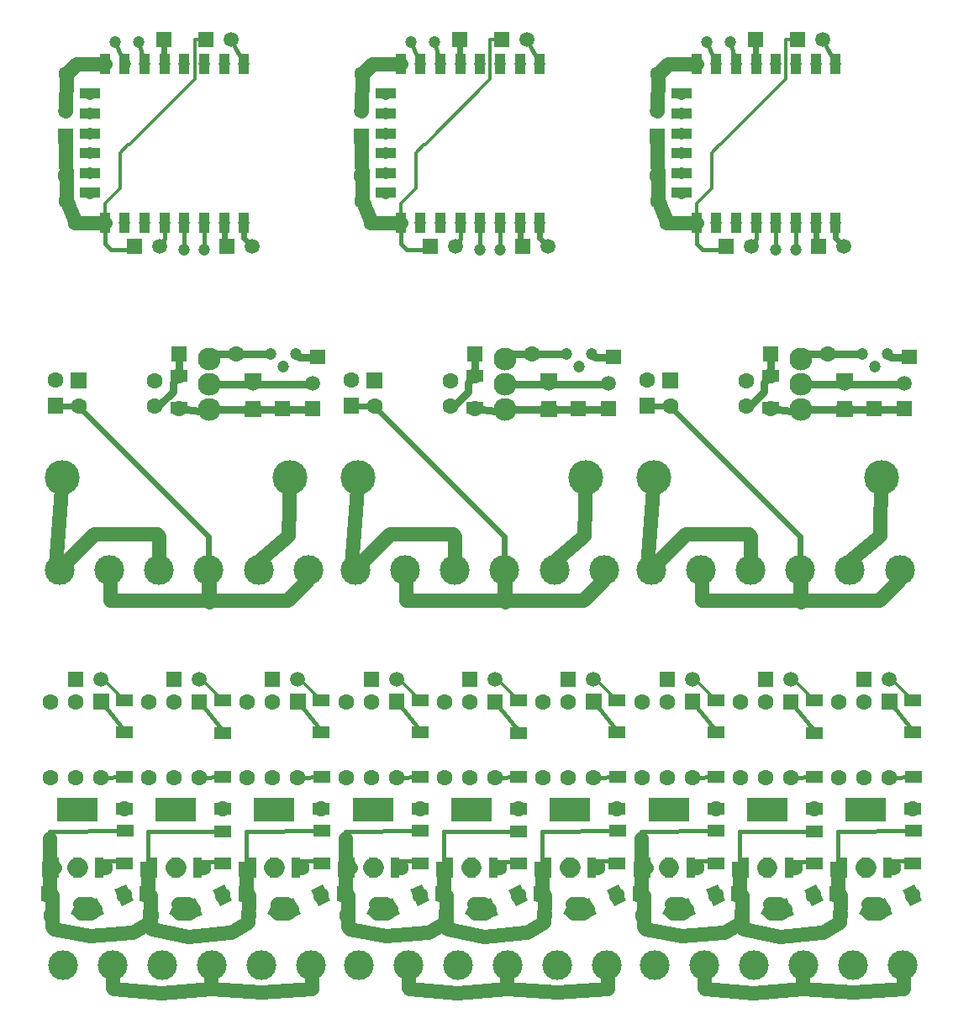
<source format=gbr>
%FSLAX34Y34*%
%MOMM*%
%LNCOPPER_TOP*%
G71*
G01*
%ADD10R, 1.050X2.000*%
%ADD11R, 2.000X1.000*%
%ADD12C, 1.400*%
%ADD13C, 1.600*%
%ADD14C, 1.200*%
%ADD15C, 1.520*%
%ADD16C, 0.400*%
%ADD17C, 0.600*%
%ADD18C, 0.300*%
%ADD19C, 3.500*%
%ADD20C, 1.600*%
%ADD21C, 3.000*%
%ADD22R, 1.800X1.300*%
%ADD23C, 2.300*%
%ADD24C, 0.800*%
%ADD25C, 1.200*%
%ADD26R, 0.900X2.000*%
%ADD27R, 4.100X2.400*%
%ADD28C, 1.600*%
%ADD29R, 1.500X1.600*%
%ADD30R, 1.600X1.600*%
%ADD31C, 2.000*%
%LPD*%
X210700Y957600D02*
G54D10*
D03*
X190700Y957600D02*
G54D10*
D03*
X170700Y957600D02*
G54D10*
D03*
X150700Y957600D02*
G54D10*
D03*
X130700Y957600D02*
G54D10*
D03*
X110700Y957600D02*
G54D10*
D03*
X90700Y957600D02*
G54D10*
D03*
X70700Y957600D02*
G54D10*
D03*
X210700Y797600D02*
G54D10*
D03*
X190700Y797600D02*
G54D10*
D03*
X170700Y797600D02*
G54D10*
D03*
X150700Y797600D02*
G54D10*
D03*
X130700Y797600D02*
G54D10*
D03*
X110700Y797600D02*
G54D10*
D03*
X90700Y797600D02*
G54D10*
D03*
X70700Y797600D02*
G54D10*
D03*
X55700Y927600D02*
G54D11*
D03*
X55700Y907600D02*
G54D11*
D03*
X55700Y887600D02*
G54D11*
D03*
X55700Y867600D02*
G54D11*
D03*
X55700Y847600D02*
G54D11*
D03*
X55700Y827600D02*
G54D11*
D03*
G54D12*
X31322Y884609D02*
X31932Y819178D01*
X33810Y817300D01*
X33810Y816300D01*
X41100Y797700D01*
X70700Y797600D01*
X32022Y947422D02*
G54D13*
D03*
X31932Y819178D02*
G54D13*
D03*
X210739Y957395D02*
G54D14*
D03*
X190739Y957395D02*
G54D14*
D03*
X170739Y957395D02*
G54D14*
D03*
X150739Y957395D02*
G54D14*
D03*
X130739Y957395D02*
G54D14*
D03*
X110739Y957395D02*
G54D14*
D03*
X90739Y957395D02*
G54D14*
D03*
X70739Y957395D02*
G54D14*
D03*
X55739Y927395D02*
G54D14*
D03*
X55739Y907395D02*
G54D14*
D03*
X55739Y887395D02*
G54D14*
D03*
X55739Y867395D02*
G54D14*
D03*
X55739Y847395D02*
G54D14*
D03*
X55739Y827395D02*
G54D14*
D03*
X70700Y797600D02*
G54D14*
D03*
X90700Y797600D02*
G54D14*
D03*
X110700Y797600D02*
G54D14*
D03*
X130700Y797600D02*
G54D14*
D03*
X150700Y797600D02*
G54D14*
D03*
X170700Y797600D02*
G54D14*
D03*
X190700Y797600D02*
G54D14*
D03*
X210700Y797600D02*
G54D14*
D03*
X41100Y797700D02*
G54D13*
D03*
G54D12*
X31322Y910009D02*
X32022Y947422D01*
X41922Y957743D01*
X41900Y957300D01*
X70400Y957300D01*
X70700Y957600D01*
X31222Y844978D02*
G54D13*
D03*
G36*
X137616Y974095D02*
X122416Y974095D01*
X122416Y989295D01*
X137616Y989295D01*
X137616Y974095D01*
G37*
G36*
X23722Y877009D02*
X23722Y892209D01*
X38922Y892209D01*
X38922Y877009D01*
X23722Y877009D01*
G37*
X31322Y910009D02*
G54D15*
D03*
G36*
X164700Y989500D02*
X179900Y989500D01*
X179900Y974300D01*
X164700Y974300D01*
X164700Y989500D01*
G37*
X197700Y981900D02*
G54D15*
D03*
G36*
X92900Y781200D02*
X108100Y781200D01*
X108100Y766000D01*
X92900Y766000D01*
X92900Y781200D01*
G37*
X125900Y773600D02*
G54D15*
D03*
G54D16*
X130700Y797200D02*
X130700Y781200D01*
X125900Y773600D01*
G54D16*
X210700Y957600D02*
X197700Y981900D01*
X104639Y979195D02*
G54D14*
D03*
X80639Y979195D02*
G54D14*
D03*
G54D16*
X90700Y957600D02*
X80700Y979134D01*
X80639Y979195D01*
X150800Y770100D02*
G54D14*
D03*
X170800Y770100D02*
G54D14*
D03*
G54D16*
X150700Y797600D02*
X150700Y770200D01*
X150800Y770100D01*
G54D16*
X170700Y797600D02*
X170700Y770200D01*
X170800Y770100D01*
G54D16*
X110700Y957600D02*
X104700Y979134D01*
X104639Y979195D01*
G54D17*
X130016Y981695D02*
X130016Y958283D01*
X130700Y957600D01*
G36*
X185700Y781500D02*
X200900Y781500D01*
X200900Y766300D01*
X185700Y766300D01*
X185700Y781500D01*
G37*
X218700Y773900D02*
G54D15*
D03*
G54D17*
X190700Y797600D02*
X190700Y776500D01*
X193300Y773900D01*
G54D17*
X210700Y797600D02*
X210700Y781900D01*
X218700Y773900D01*
G54D16*
X70700Y797600D02*
X70700Y776539D01*
X76612Y770628D01*
X97528Y770628D01*
X100500Y773600D01*
G54D18*
X70700Y797600D02*
X70700Y816700D01*
X86000Y832000D01*
X86000Y868000D01*
X94000Y876000D01*
X95000Y876000D01*
X161000Y942000D01*
X161000Y982000D01*
X172200Y982000D01*
X172300Y981900D01*
X27320Y540700D02*
G54D19*
D03*
X257320Y540700D02*
G54D19*
D03*
X27320Y540700D02*
G54D19*
D03*
X257320Y540700D02*
G54D19*
D03*
X27320Y540700D02*
G54D19*
D03*
X257320Y540700D02*
G54D19*
D03*
G36*
X36332Y646461D02*
X52332Y646461D01*
X52332Y630461D01*
X36332Y630461D01*
X36332Y646461D01*
G37*
X44332Y612961D02*
G54D20*
D03*
X120832Y638461D02*
G54D20*
D03*
X120832Y612961D02*
G54D20*
D03*
X20885Y638696D02*
G54D13*
D03*
G36*
X12885Y605296D02*
X12885Y621296D01*
X28885Y621296D01*
X28885Y605296D01*
X12885Y605296D01*
G37*
X202877Y665724D02*
G54D13*
D03*
X275380Y447700D02*
G54D21*
D03*
X225380Y447700D02*
G54D21*
D03*
X175380Y447700D02*
G54D21*
D03*
X125380Y447700D02*
G54D21*
D03*
X75400Y447700D02*
G54D21*
D03*
X25400Y447700D02*
G54D21*
D03*
G54D12*
X275380Y447700D02*
X275380Y438080D01*
X254500Y417200D01*
X176900Y417200D01*
X175600Y415900D01*
X175600Y447480D01*
X175380Y447700D01*
X175380Y418720D01*
X176900Y417200D01*
X75600Y417200D01*
X75600Y447500D01*
X75400Y447700D01*
G54D12*
X225380Y447700D02*
X225380Y456880D01*
X255400Y482900D01*
X256720Y540100D01*
X257320Y540700D01*
G54D12*
X27320Y540700D02*
X21000Y452100D01*
X25400Y447700D01*
G54D12*
X25400Y447700D02*
X25400Y449400D01*
X59900Y483900D01*
X123300Y483900D01*
X125300Y481900D01*
X125300Y447780D01*
X125380Y447700D01*
X145647Y643473D02*
G54D22*
D03*
X145547Y610973D02*
G54D22*
D03*
X176001Y660403D02*
G54D23*
D03*
X176001Y635003D02*
G54D23*
D03*
X176001Y609603D02*
G54D23*
D03*
X176001Y660403D02*
G54D23*
D03*
X176001Y635003D02*
G54D23*
D03*
X176001Y609603D02*
G54D23*
D03*
X145547Y609973D02*
G54D13*
D03*
G36*
X272271Y602879D02*
X272271Y618079D01*
X287471Y618079D01*
X287471Y602879D01*
X272271Y602879D01*
G37*
X279871Y635879D02*
G54D15*
D03*
G54D24*
X176001Y609603D02*
X278994Y609603D01*
X279871Y610479D01*
G54D24*
X176001Y635003D02*
X278994Y635003D01*
X279871Y635879D01*
G54D24*
X120832Y612961D02*
X124558Y612961D01*
X139000Y627403D01*
X139000Y636826D01*
X145647Y643473D01*
X145628Y665473D01*
X145706Y665395D01*
G36*
X212271Y602879D02*
X212271Y618079D01*
X227471Y618079D01*
X227471Y602879D01*
X212271Y602879D01*
G37*
X219871Y635879D02*
G54D15*
D03*
G36*
X138106Y672995D02*
X153306Y672995D01*
X153306Y657795D01*
X138106Y657795D01*
X138106Y672995D01*
G37*
X219871Y639879D02*
G54D22*
D03*
X219771Y607379D02*
G54D22*
D03*
X237600Y665550D02*
G54D25*
D03*
X250300Y652850D02*
G54D25*
D03*
X263000Y665550D02*
G54D25*
D03*
X237600Y665550D02*
G54D25*
D03*
X250300Y652850D02*
G54D25*
D03*
X263000Y665550D02*
G54D25*
D03*
X145647Y643473D02*
G54D13*
D03*
G54D24*
X145547Y609973D02*
X173371Y606973D01*
X176001Y609603D01*
G36*
X242106Y617995D02*
X257306Y617995D01*
X257306Y602795D01*
X242106Y602795D01*
X242106Y617995D01*
G37*
G36*
X277106Y669995D02*
X292306Y669995D01*
X292306Y654795D01*
X277106Y654795D01*
X277106Y669995D01*
G37*
G54D24*
X237600Y665550D02*
X181148Y665550D01*
X176001Y660403D01*
G54D24*
X284706Y662395D02*
X266155Y662395D01*
X263000Y665550D01*
G54D17*
X175000Y447000D02*
X175000Y482000D01*
X44000Y613000D01*
X20000Y613000D01*
X278454Y50129D02*
G54D21*
D03*
X228454Y50129D02*
G54D21*
D03*
G54D12*
X177454Y50129D02*
X177454Y26529D01*
X228154Y22529D01*
X278954Y26529D01*
X278454Y50129D01*
X178454Y50129D02*
G54D21*
D03*
X128454Y50129D02*
G54D21*
D03*
X20372Y148000D02*
G54D26*
D03*
X42572Y148000D02*
G54D26*
D03*
X64872Y148000D02*
G54D26*
D03*
X42572Y206800D02*
G54D27*
D03*
G36*
X15136Y128659D02*
X23020Y124982D01*
X16258Y110481D01*
X8373Y114158D01*
X15136Y128659D01*
G37*
G36*
X42687Y115811D02*
X50572Y112135D01*
X43810Y97633D01*
X35925Y101310D01*
X42687Y115811D01*
G37*
G36*
X74654Y306929D02*
X58654Y306929D01*
X58654Y322929D01*
X74654Y322929D01*
X74654Y306929D01*
G37*
X41254Y314929D02*
G54D28*
D03*
X15854Y314929D02*
G54D28*
D03*
X15854Y238729D02*
G54D28*
D03*
X41254Y238729D02*
G54D28*
D03*
X66654Y238729D02*
G54D28*
D03*
X90575Y207228D02*
G54D22*
D03*
X90675Y239729D02*
G54D22*
D03*
X90735Y184972D02*
G54D22*
D03*
X90635Y152472D02*
G54D22*
D03*
G36*
X50669Y111990D02*
X62450Y117484D01*
X70058Y101171D01*
X58276Y95676D01*
X50669Y111990D01*
G37*
G36*
X80166Y125635D02*
X91948Y131129D01*
X99555Y114815D01*
X87773Y109321D01*
X80166Y125635D01*
G37*
X14433Y121588D02*
G54D29*
D03*
X41685Y146764D02*
G54D13*
D03*
X15099Y146240D02*
G54D13*
D03*
X17196Y118170D02*
G54D13*
D03*
X89963Y120225D02*
G54D13*
D03*
X14999Y146240D02*
G54D30*
D03*
G54D31*
X43168Y147782D02*
X43362Y147954D01*
X70685Y147764D02*
G54D13*
D03*
G54D16*
X64072Y154500D02*
X88607Y154501D01*
X90635Y152472D01*
G54D16*
X90735Y184972D02*
X14919Y184872D01*
X14775Y184829D01*
X14999Y146240D01*
X15099Y146240D01*
G54D16*
X90675Y239729D02*
X67057Y238729D01*
X90229Y316557D02*
G54D22*
D03*
X90129Y284057D02*
G54D22*
D03*
X90575Y207228D02*
G54D13*
D03*
G54D16*
X90129Y284057D02*
X90129Y286257D01*
X67057Y314929D01*
X78454Y50129D02*
G54D21*
D03*
X28454Y50129D02*
G54D21*
D03*
G54D12*
X46254Y102429D02*
X56211Y102429D01*
X60363Y106580D01*
X50902Y106580D01*
X45754Y111729D01*
X55215Y111729D01*
X60363Y106580D01*
X119397Y147872D02*
G54D26*
D03*
X141597Y147872D02*
G54D26*
D03*
X163897Y147872D02*
G54D26*
D03*
X141597Y206672D02*
G54D27*
D03*
G36*
X114160Y128532D02*
X122045Y124855D01*
X115283Y110354D01*
X107398Y114031D01*
X114160Y128532D01*
G37*
G36*
X141712Y115684D02*
X149597Y112007D01*
X142835Y97506D01*
X134950Y101183D01*
X141712Y115684D01*
G37*
G36*
X173679Y306800D02*
X157679Y306800D01*
X157679Y322800D01*
X173679Y322800D01*
X173679Y306800D01*
G37*
X140279Y314800D02*
G54D28*
D03*
X114879Y314800D02*
G54D28*
D03*
X114879Y238600D02*
G54D28*
D03*
X140279Y238600D02*
G54D28*
D03*
X165679Y238600D02*
G54D28*
D03*
X189600Y207100D02*
G54D22*
D03*
X189700Y239600D02*
G54D22*
D03*
X189760Y184844D02*
G54D22*
D03*
X189660Y152344D02*
G54D22*
D03*
G36*
X149693Y111862D02*
X161475Y117356D01*
X169082Y101042D01*
X157300Y95548D01*
X149693Y111862D01*
G37*
G36*
X179191Y125506D02*
X190973Y131000D01*
X198580Y114686D01*
X186798Y109192D01*
X179191Y125506D01*
G37*
X113458Y121459D02*
G54D29*
D03*
X140710Y146636D02*
G54D13*
D03*
X114124Y146111D02*
G54D13*
D03*
X116222Y118042D02*
G54D13*
D03*
X188988Y120096D02*
G54D13*
D03*
X114024Y146111D02*
G54D30*
D03*
G54D31*
X142193Y147653D02*
X142387Y147826D01*
X169710Y147636D02*
G54D13*
D03*
G54D16*
X163097Y154372D02*
X187632Y154372D01*
X189660Y152344D01*
G54D16*
X189760Y184844D02*
X113944Y184744D01*
X113800Y184700D01*
X114024Y146111D01*
X114124Y146111D01*
G54D16*
X189700Y239600D02*
X166082Y238600D01*
X189254Y316429D02*
G54D22*
D03*
X189154Y283929D02*
G54D22*
D03*
X189600Y207100D02*
G54D13*
D03*
G54D16*
X189154Y283929D02*
X189154Y286128D01*
X166082Y314800D01*
G54D12*
X145279Y102300D02*
X155236Y102300D01*
X159388Y106452D01*
X149927Y106452D01*
X144779Y111600D01*
X154240Y111600D01*
X159388Y106452D01*
X218597Y147972D02*
G54D26*
D03*
X240797Y147972D02*
G54D26*
D03*
X263097Y147972D02*
G54D26*
D03*
X240797Y206772D02*
G54D27*
D03*
G36*
X213360Y128630D02*
X221245Y124953D01*
X214483Y110453D01*
X206598Y114130D01*
X213360Y128630D01*
G37*
G36*
X240912Y115783D02*
X248797Y112106D01*
X242035Y97605D01*
X234150Y101282D01*
X240912Y115783D01*
G37*
G36*
X272879Y322900D02*
X256879Y322900D01*
X256879Y306900D01*
X272879Y306900D01*
X272879Y322900D01*
G37*
X239479Y314900D02*
G54D28*
D03*
X214079Y314900D02*
G54D28*
D03*
X214079Y238700D02*
G54D28*
D03*
X239479Y238700D02*
G54D28*
D03*
X264879Y238700D02*
G54D28*
D03*
X288800Y207200D02*
G54D22*
D03*
X288900Y239700D02*
G54D22*
D03*
X288960Y184944D02*
G54D22*
D03*
X288860Y152444D02*
G54D22*
D03*
G36*
X248893Y111961D02*
X260675Y117455D01*
X268283Y101142D01*
X256501Y95648D01*
X248893Y111961D01*
G37*
G36*
X278390Y125606D02*
X290172Y131100D01*
X297779Y114786D01*
X285998Y109292D01*
X278390Y125606D01*
G37*
X212658Y121559D02*
G54D29*
D03*
X239910Y146736D02*
G54D13*
D03*
X213324Y146211D02*
G54D13*
D03*
X215422Y118142D02*
G54D13*
D03*
X288188Y120196D02*
G54D13*
D03*
X213224Y146211D02*
G54D30*
D03*
G54D31*
X241393Y147753D02*
X241587Y147926D01*
X268910Y147736D02*
G54D13*
D03*
G54D16*
X262297Y154472D02*
X286832Y154472D01*
X288860Y152444D01*
G54D16*
X288960Y184944D02*
X213144Y184844D01*
X213000Y184800D01*
X213224Y146211D01*
X213324Y146211D01*
G54D16*
X288900Y239700D02*
X265282Y238700D01*
X288454Y316529D02*
G54D22*
D03*
X288354Y284029D02*
G54D22*
D03*
X288800Y207200D02*
G54D13*
D03*
G54D16*
X288354Y284029D02*
X288354Y286228D01*
X265282Y314900D01*
G54D12*
X244479Y102400D02*
X254436Y102400D01*
X258588Y106552D01*
X249127Y106552D01*
X243979Y111700D01*
X253440Y111700D01*
X258588Y106552D01*
G54D12*
X15254Y178029D02*
X15254Y153119D01*
X20372Y148000D01*
G54D12*
X14999Y146240D02*
X14999Y120368D01*
X17196Y118170D01*
G54D12*
X114024Y146111D02*
X114024Y120239D01*
X116222Y118042D01*
G54D12*
X213324Y146211D02*
X213324Y120339D01*
X215522Y118142D01*
G54D12*
X78754Y50529D02*
X78754Y26929D01*
X79154Y26529D01*
X127954Y22129D01*
X177454Y26529D01*
X178454Y50129D01*
G54D12*
X17196Y118170D02*
X17196Y88386D01*
X19454Y86129D01*
X55454Y79129D01*
X97454Y83129D01*
X98454Y83129D01*
X115454Y93274D01*
X116222Y118042D01*
G54D12*
X116222Y118042D02*
X116222Y88257D01*
X118479Y86000D01*
X154479Y79000D01*
X196479Y83000D01*
X197479Y83000D01*
X214479Y93145D01*
X215246Y117913D01*
X16675Y99507D02*
G54D13*
D03*
X116975Y100207D02*
G54D13*
D03*
X215775Y100607D02*
G54D13*
D03*
G36*
X33754Y344929D02*
X48954Y344929D01*
X48954Y329729D01*
X33754Y329729D01*
X33754Y344929D01*
G37*
X66754Y337329D02*
G54D15*
D03*
G36*
X132854Y344929D02*
X148054Y344929D01*
X148054Y329729D01*
X132854Y329729D01*
X132854Y344929D01*
G37*
X165854Y337329D02*
G54D15*
D03*
G36*
X231754Y329729D02*
X246954Y329729D01*
X246954Y344929D01*
X231754Y344929D01*
X231754Y329729D01*
G37*
X264754Y337329D02*
G54D15*
D03*
G54D18*
X66754Y337329D02*
X69458Y337329D01*
X90229Y316557D01*
G54D18*
X165854Y337329D02*
X168354Y337329D01*
X189254Y316429D01*
G54D18*
X264754Y337329D02*
X267654Y337329D01*
X288454Y316529D01*
X508700Y957600D02*
G54D10*
D03*
X488700Y957600D02*
G54D10*
D03*
X468700Y957600D02*
G54D10*
D03*
X448700Y957600D02*
G54D10*
D03*
X428700Y957600D02*
G54D10*
D03*
X408700Y957600D02*
G54D10*
D03*
X388700Y957600D02*
G54D10*
D03*
X368700Y957600D02*
G54D10*
D03*
X508700Y797600D02*
G54D10*
D03*
X488700Y797600D02*
G54D10*
D03*
X468700Y797600D02*
G54D10*
D03*
X448700Y797600D02*
G54D10*
D03*
X428700Y797600D02*
G54D10*
D03*
X408700Y797600D02*
G54D10*
D03*
X388700Y797600D02*
G54D10*
D03*
X368700Y797600D02*
G54D10*
D03*
X353700Y927600D02*
G54D11*
D03*
X353700Y907600D02*
G54D11*
D03*
X353700Y887600D02*
G54D11*
D03*
X353700Y867600D02*
G54D11*
D03*
X353700Y847600D02*
G54D11*
D03*
X353700Y827600D02*
G54D11*
D03*
G54D12*
X329322Y884609D02*
X329932Y819178D01*
X331810Y817300D01*
X331810Y816300D01*
X339100Y797700D01*
X368700Y797600D01*
X330022Y947422D02*
G54D13*
D03*
X329932Y819178D02*
G54D13*
D03*
X508739Y957395D02*
G54D14*
D03*
X488739Y957395D02*
G54D14*
D03*
X468739Y957395D02*
G54D14*
D03*
X448739Y957395D02*
G54D14*
D03*
X428739Y957395D02*
G54D14*
D03*
X408739Y957395D02*
G54D14*
D03*
X388739Y957395D02*
G54D14*
D03*
X368739Y957395D02*
G54D14*
D03*
X353739Y927395D02*
G54D14*
D03*
X353739Y907395D02*
G54D14*
D03*
X353739Y887395D02*
G54D14*
D03*
X353739Y867395D02*
G54D14*
D03*
X353739Y847395D02*
G54D14*
D03*
X353739Y827395D02*
G54D14*
D03*
X368700Y797600D02*
G54D14*
D03*
X388700Y797600D02*
G54D14*
D03*
X408700Y797600D02*
G54D14*
D03*
X428700Y797600D02*
G54D14*
D03*
X448700Y797600D02*
G54D14*
D03*
X468700Y797600D02*
G54D14*
D03*
X488700Y797600D02*
G54D14*
D03*
X508700Y797600D02*
G54D14*
D03*
X339100Y797700D02*
G54D13*
D03*
G54D12*
X329322Y910009D02*
X330022Y947422D01*
X339922Y957743D01*
X339900Y957300D01*
X368400Y957300D01*
X368700Y957600D01*
X329222Y844978D02*
G54D13*
D03*
G36*
X435616Y974095D02*
X420416Y974095D01*
X420416Y989295D01*
X435616Y989295D01*
X435616Y974095D01*
G37*
G36*
X321722Y877009D02*
X321722Y892209D01*
X336922Y892209D01*
X336922Y877009D01*
X321722Y877009D01*
G37*
X329322Y910009D02*
G54D15*
D03*
G36*
X462700Y989500D02*
X477900Y989500D01*
X477900Y974300D01*
X462700Y974300D01*
X462700Y989500D01*
G37*
X495700Y981900D02*
G54D15*
D03*
G36*
X390900Y781200D02*
X406100Y781200D01*
X406100Y766000D01*
X390900Y766000D01*
X390900Y781200D01*
G37*
X423900Y773600D02*
G54D15*
D03*
G54D16*
X428700Y797200D02*
X428700Y781200D01*
X423900Y773600D01*
G54D16*
X508700Y957600D02*
X495700Y981900D01*
X402639Y979195D02*
G54D14*
D03*
X378639Y979195D02*
G54D14*
D03*
G54D16*
X388700Y957600D02*
X378700Y979134D01*
X378639Y979195D01*
X448800Y770100D02*
G54D14*
D03*
X468800Y770100D02*
G54D14*
D03*
G54D16*
X448700Y797600D02*
X448700Y770200D01*
X448800Y770100D01*
G54D16*
X468700Y797600D02*
X468700Y770200D01*
X468800Y770100D01*
G54D16*
X408700Y957600D02*
X402700Y979134D01*
X402639Y979195D01*
G54D17*
X428016Y981695D02*
X428016Y958283D01*
X428700Y957600D01*
G36*
X483700Y781500D02*
X498900Y781500D01*
X498900Y766300D01*
X483700Y766300D01*
X483700Y781500D01*
G37*
X516700Y773900D02*
G54D15*
D03*
G54D17*
X488700Y797600D02*
X488700Y776500D01*
X491300Y773900D01*
G54D17*
X508700Y797600D02*
X508700Y781900D01*
X516700Y773900D01*
G54D16*
X368700Y797600D02*
X368700Y776539D01*
X374612Y770628D01*
X395528Y770628D01*
X398500Y773600D01*
G54D18*
X368700Y797600D02*
X368700Y816700D01*
X384000Y832000D01*
X384000Y868000D01*
X392000Y876000D01*
X393000Y876000D01*
X459000Y942000D01*
X459000Y982000D01*
X470200Y982000D01*
X470300Y981900D01*
X325320Y540700D02*
G54D19*
D03*
X555320Y540700D02*
G54D19*
D03*
X325320Y540700D02*
G54D19*
D03*
X555320Y540700D02*
G54D19*
D03*
X325320Y540700D02*
G54D19*
D03*
X555320Y540700D02*
G54D19*
D03*
G36*
X334332Y646461D02*
X350332Y646461D01*
X350332Y630461D01*
X334332Y630461D01*
X334332Y646461D01*
G37*
X342332Y612961D02*
G54D20*
D03*
X418832Y638461D02*
G54D20*
D03*
X418832Y612961D02*
G54D20*
D03*
X318885Y638696D02*
G54D13*
D03*
G36*
X310885Y605296D02*
X310885Y621296D01*
X326885Y621296D01*
X326885Y605296D01*
X310885Y605296D01*
G37*
X500877Y665724D02*
G54D13*
D03*
X573380Y447700D02*
G54D21*
D03*
X523380Y447700D02*
G54D21*
D03*
X473380Y447700D02*
G54D21*
D03*
X423380Y447700D02*
G54D21*
D03*
X373400Y447700D02*
G54D21*
D03*
X323400Y447700D02*
G54D21*
D03*
G54D12*
X573380Y447700D02*
X573380Y438080D01*
X552500Y417200D01*
X474900Y417200D01*
X473600Y415900D01*
X473600Y447480D01*
X473380Y447700D01*
X473380Y418720D01*
X474900Y417200D01*
X373600Y417200D01*
X373600Y447500D01*
X373400Y447700D01*
G54D12*
X523380Y447700D02*
X523380Y456880D01*
X553400Y482900D01*
X554720Y540100D01*
X555320Y540700D01*
G54D12*
X325320Y540700D02*
X319000Y452100D01*
X323400Y447700D01*
G54D12*
X323400Y447700D02*
X323400Y449400D01*
X357900Y483900D01*
X421300Y483900D01*
X423300Y481900D01*
X423300Y447780D01*
X423380Y447700D01*
X443647Y643473D02*
G54D22*
D03*
X443547Y610973D02*
G54D22*
D03*
X474001Y660403D02*
G54D23*
D03*
X474001Y635003D02*
G54D23*
D03*
X474001Y609603D02*
G54D23*
D03*
X474001Y660403D02*
G54D23*
D03*
X474001Y635003D02*
G54D23*
D03*
X474001Y609603D02*
G54D23*
D03*
X443547Y609973D02*
G54D13*
D03*
G36*
X570271Y602879D02*
X570271Y618079D01*
X585471Y618079D01*
X585471Y602879D01*
X570271Y602879D01*
G37*
X577871Y635879D02*
G54D15*
D03*
G54D24*
X474001Y609603D02*
X576994Y609603D01*
X577871Y610479D01*
G54D24*
X474001Y635003D02*
X576994Y635003D01*
X577871Y635879D01*
G54D24*
X418832Y612961D02*
X422558Y612961D01*
X437000Y627403D01*
X437000Y636826D01*
X443647Y643473D01*
X443628Y665473D01*
X443706Y665395D01*
G36*
X510271Y602879D02*
X510271Y618079D01*
X525471Y618079D01*
X525471Y602879D01*
X510271Y602879D01*
G37*
X517871Y635879D02*
G54D15*
D03*
G36*
X436106Y672995D02*
X451306Y672995D01*
X451306Y657795D01*
X436106Y657795D01*
X436106Y672995D01*
G37*
X517871Y639879D02*
G54D22*
D03*
X517771Y607379D02*
G54D22*
D03*
X535600Y665550D02*
G54D25*
D03*
X548300Y652850D02*
G54D25*
D03*
X561000Y665550D02*
G54D25*
D03*
X535600Y665550D02*
G54D25*
D03*
X548300Y652850D02*
G54D25*
D03*
X561000Y665550D02*
G54D25*
D03*
X443647Y643473D02*
G54D13*
D03*
G54D24*
X443547Y609973D02*
X471371Y606973D01*
X474001Y609603D01*
G36*
X540106Y617995D02*
X555306Y617995D01*
X555306Y602795D01*
X540106Y602795D01*
X540106Y617995D01*
G37*
G36*
X575106Y669995D02*
X590306Y669995D01*
X590306Y654795D01*
X575106Y654795D01*
X575106Y669995D01*
G37*
G54D24*
X535600Y665550D02*
X479148Y665550D01*
X474001Y660403D01*
G54D24*
X582706Y662395D02*
X564155Y662395D01*
X561000Y665550D01*
G54D17*
X473000Y447000D02*
X473000Y482000D01*
X342000Y613000D01*
X318000Y613000D01*
X576454Y50129D02*
G54D21*
D03*
X526454Y50129D02*
G54D21*
D03*
G54D12*
X475454Y50129D02*
X475454Y26529D01*
X526154Y22529D01*
X576954Y26529D01*
X576454Y50129D01*
X476454Y50129D02*
G54D21*
D03*
X426454Y50129D02*
G54D21*
D03*
X318372Y148000D02*
G54D26*
D03*
X340572Y148000D02*
G54D26*
D03*
X362872Y148000D02*
G54D26*
D03*
X340572Y206800D02*
G54D27*
D03*
G36*
X313136Y128659D02*
X321020Y124982D01*
X314258Y110481D01*
X306373Y114158D01*
X313136Y128659D01*
G37*
G36*
X340687Y115811D02*
X348572Y112135D01*
X341810Y97633D01*
X333925Y101310D01*
X340687Y115811D01*
G37*
G36*
X372654Y306929D02*
X356654Y306929D01*
X356654Y322929D01*
X372654Y322929D01*
X372654Y306929D01*
G37*
X339254Y314929D02*
G54D28*
D03*
X313854Y314929D02*
G54D28*
D03*
X313854Y238729D02*
G54D28*
D03*
X339254Y238729D02*
G54D28*
D03*
X364654Y238729D02*
G54D28*
D03*
X388575Y207228D02*
G54D22*
D03*
X388675Y239729D02*
G54D22*
D03*
X388735Y184972D02*
G54D22*
D03*
X388635Y152472D02*
G54D22*
D03*
G36*
X348669Y111990D02*
X360450Y117484D01*
X368058Y101171D01*
X356276Y95677D01*
X348669Y111990D01*
G37*
G36*
X378166Y125635D02*
X389948Y131129D01*
X397555Y114815D01*
X385773Y109321D01*
X378166Y125635D01*
G37*
X312433Y121588D02*
G54D29*
D03*
X339685Y146764D02*
G54D13*
D03*
X313099Y146240D02*
G54D13*
D03*
X315196Y118170D02*
G54D13*
D03*
X387963Y120225D02*
G54D13*
D03*
X312999Y146240D02*
G54D30*
D03*
G54D31*
X341168Y147782D02*
X341362Y147954D01*
X368685Y147764D02*
G54D13*
D03*
G54D16*
X362072Y154500D02*
X386607Y154501D01*
X388635Y152472D01*
G54D16*
X388735Y184972D02*
X312919Y184872D01*
X312775Y184829D01*
X312999Y146240D01*
X313099Y146240D01*
G54D16*
X388675Y239729D02*
X365057Y238729D01*
X388229Y316557D02*
G54D22*
D03*
X388129Y284057D02*
G54D22*
D03*
X388575Y207228D02*
G54D13*
D03*
G54D16*
X388129Y284057D02*
X388129Y286257D01*
X365057Y314929D01*
X376454Y50129D02*
G54D21*
D03*
X326454Y50129D02*
G54D21*
D03*
G54D12*
X344254Y102429D02*
X354211Y102429D01*
X358363Y106580D01*
X348902Y106580D01*
X343754Y111729D01*
X353215Y111729D01*
X358363Y106580D01*
X417397Y147872D02*
G54D26*
D03*
X439597Y147872D02*
G54D26*
D03*
X461897Y147872D02*
G54D26*
D03*
X439597Y206672D02*
G54D27*
D03*
G36*
X412160Y128532D02*
X420045Y124855D01*
X413283Y110354D01*
X405398Y114031D01*
X412160Y128532D01*
G37*
G36*
X439712Y115684D02*
X447597Y112007D01*
X440835Y97506D01*
X432950Y101183D01*
X439712Y115684D01*
G37*
G36*
X471679Y306800D02*
X455679Y306800D01*
X455679Y322800D01*
X471679Y322800D01*
X471679Y306800D01*
G37*
X438279Y314800D02*
G54D28*
D03*
X412879Y314800D02*
G54D28*
D03*
X412879Y238600D02*
G54D28*
D03*
X438279Y238600D02*
G54D28*
D03*
X463679Y238600D02*
G54D28*
D03*
X487600Y207100D02*
G54D22*
D03*
X487700Y239600D02*
G54D22*
D03*
X487760Y184844D02*
G54D22*
D03*
X487660Y152344D02*
G54D22*
D03*
G36*
X447693Y111862D02*
X459475Y117356D01*
X467082Y101042D01*
X455300Y95548D01*
X447693Y111862D01*
G37*
G36*
X477191Y125506D02*
X488972Y131000D01*
X496580Y114686D01*
X484798Y109192D01*
X477191Y125506D01*
G37*
X411458Y121459D02*
G54D29*
D03*
X438710Y146636D02*
G54D13*
D03*
X412124Y146111D02*
G54D13*
D03*
X414222Y118042D02*
G54D13*
D03*
X486988Y120096D02*
G54D13*
D03*
X412024Y146111D02*
G54D30*
D03*
G54D31*
X440193Y147653D02*
X440387Y147826D01*
X467710Y147636D02*
G54D13*
D03*
G54D16*
X461097Y154372D02*
X485632Y154372D01*
X487660Y152344D01*
G54D16*
X487760Y184844D02*
X411944Y184744D01*
X411800Y184700D01*
X412024Y146111D01*
X412124Y146111D01*
G54D16*
X487700Y239600D02*
X464082Y238600D01*
X487254Y316429D02*
G54D22*
D03*
X487154Y283929D02*
G54D22*
D03*
X487600Y207100D02*
G54D13*
D03*
G54D16*
X487154Y283929D02*
X487154Y286128D01*
X464082Y314800D01*
G54D12*
X443279Y102300D02*
X453236Y102300D01*
X457388Y106452D01*
X447927Y106452D01*
X442779Y111600D01*
X452240Y111600D01*
X457388Y106452D01*
X516597Y147972D02*
G54D26*
D03*
X538797Y147972D02*
G54D26*
D03*
X561097Y147972D02*
G54D26*
D03*
X538797Y206772D02*
G54D27*
D03*
G36*
X511360Y128630D02*
X519245Y124953D01*
X512483Y110453D01*
X504598Y114130D01*
X511360Y128630D01*
G37*
G36*
X538912Y115783D02*
X546797Y112106D01*
X540035Y97605D01*
X532150Y101282D01*
X538912Y115783D01*
G37*
G36*
X570879Y322900D02*
X554879Y322900D01*
X554879Y306900D01*
X570879Y306900D01*
X570879Y322900D01*
G37*
X537479Y314900D02*
G54D28*
D03*
X512079Y314900D02*
G54D28*
D03*
X512079Y238700D02*
G54D28*
D03*
X537479Y238700D02*
G54D28*
D03*
X562879Y238700D02*
G54D28*
D03*
X586800Y207200D02*
G54D22*
D03*
X586900Y239700D02*
G54D22*
D03*
X586960Y184944D02*
G54D22*
D03*
X586860Y152444D02*
G54D22*
D03*
G36*
X546893Y111961D02*
X558675Y117455D01*
X566283Y101142D01*
X554501Y95648D01*
X546893Y111961D01*
G37*
G36*
X576391Y125606D02*
X588172Y131100D01*
X595779Y114786D01*
X583998Y109292D01*
X576391Y125606D01*
G37*
X510658Y121559D02*
G54D29*
D03*
X537910Y146736D02*
G54D13*
D03*
X511324Y146211D02*
G54D13*
D03*
X513422Y118142D02*
G54D13*
D03*
X586188Y120196D02*
G54D13*
D03*
X511224Y146211D02*
G54D30*
D03*
G54D31*
X539393Y147753D02*
X539587Y147926D01*
X566910Y147736D02*
G54D13*
D03*
G54D16*
X560297Y154472D02*
X584832Y154472D01*
X586860Y152444D01*
G54D16*
X586960Y184944D02*
X511144Y184844D01*
X511000Y184800D01*
X511224Y146211D01*
X511324Y146211D01*
G54D16*
X586900Y239700D02*
X563282Y238700D01*
X586454Y316529D02*
G54D22*
D03*
X586354Y284029D02*
G54D22*
D03*
X586800Y207200D02*
G54D13*
D03*
G54D16*
X586354Y284029D02*
X586354Y286228D01*
X563282Y314900D01*
G54D12*
X542479Y102400D02*
X552436Y102400D01*
X556588Y106552D01*
X547127Y106552D01*
X541979Y111700D01*
X551440Y111700D01*
X556588Y106552D01*
G54D12*
X313254Y178029D02*
X313254Y153119D01*
X318372Y148000D01*
G54D12*
X312999Y146240D02*
X312999Y120368D01*
X315196Y118170D01*
G54D12*
X412024Y146111D02*
X412024Y120239D01*
X414222Y118042D01*
G54D12*
X511324Y146211D02*
X511324Y120339D01*
X513522Y118142D01*
G54D12*
X376754Y50529D02*
X376754Y26929D01*
X377154Y26529D01*
X425954Y22129D01*
X475454Y26529D01*
X476454Y50129D01*
G54D12*
X315196Y118170D02*
X315196Y88386D01*
X317454Y86129D01*
X353454Y79129D01*
X395454Y83129D01*
X396454Y83129D01*
X413454Y93274D01*
X414222Y118042D01*
G54D12*
X414222Y118042D02*
X414222Y88257D01*
X416479Y86000D01*
X452479Y79000D01*
X494479Y83000D01*
X495479Y83000D01*
X512479Y93145D01*
X513246Y117913D01*
X314675Y99507D02*
G54D13*
D03*
X414975Y100207D02*
G54D13*
D03*
X513775Y100607D02*
G54D13*
D03*
G36*
X331754Y344929D02*
X346954Y344929D01*
X346954Y329729D01*
X331754Y329729D01*
X331754Y344929D01*
G37*
X364754Y337329D02*
G54D15*
D03*
G36*
X430854Y344929D02*
X446054Y344929D01*
X446054Y329729D01*
X430854Y329729D01*
X430854Y344929D01*
G37*
X463854Y337329D02*
G54D15*
D03*
G36*
X529754Y344929D02*
X544954Y344929D01*
X544954Y329729D01*
X529754Y329729D01*
X529754Y344929D01*
G37*
X562754Y337329D02*
G54D15*
D03*
G54D18*
X364754Y337329D02*
X367458Y337329D01*
X388229Y316557D01*
G54D18*
X463854Y337329D02*
X466354Y337329D01*
X487254Y316429D01*
G54D18*
X562754Y337329D02*
X565654Y337329D01*
X586454Y316529D01*
X806700Y957600D02*
G54D10*
D03*
X786700Y957600D02*
G54D10*
D03*
X766700Y957600D02*
G54D10*
D03*
X746700Y957600D02*
G54D10*
D03*
X726700Y957600D02*
G54D10*
D03*
X706700Y957600D02*
G54D10*
D03*
X686700Y957600D02*
G54D10*
D03*
X666700Y957600D02*
G54D10*
D03*
X806700Y797600D02*
G54D10*
D03*
X786700Y797600D02*
G54D10*
D03*
X766700Y797600D02*
G54D10*
D03*
X746700Y797600D02*
G54D10*
D03*
X726700Y797600D02*
G54D10*
D03*
X706700Y797600D02*
G54D10*
D03*
X686700Y797600D02*
G54D10*
D03*
X666700Y797600D02*
G54D10*
D03*
X651700Y927600D02*
G54D11*
D03*
X651700Y907600D02*
G54D11*
D03*
X651700Y887600D02*
G54D11*
D03*
X651700Y867600D02*
G54D11*
D03*
X651700Y847600D02*
G54D11*
D03*
X651700Y827600D02*
G54D11*
D03*
G54D12*
X627322Y884609D02*
X627932Y819178D01*
X629810Y817300D01*
X629810Y816300D01*
X637100Y797700D01*
X666700Y797600D01*
X628022Y947422D02*
G54D13*
D03*
X627932Y819178D02*
G54D13*
D03*
X806739Y957395D02*
G54D14*
D03*
X786739Y957395D02*
G54D14*
D03*
X766739Y957395D02*
G54D14*
D03*
X746739Y957395D02*
G54D14*
D03*
X726739Y957395D02*
G54D14*
D03*
X706739Y957395D02*
G54D14*
D03*
X686739Y957395D02*
G54D14*
D03*
X666739Y957395D02*
G54D14*
D03*
X651739Y927395D02*
G54D14*
D03*
X651739Y907395D02*
G54D14*
D03*
X651739Y887395D02*
G54D14*
D03*
X651739Y867395D02*
G54D14*
D03*
X651739Y847395D02*
G54D14*
D03*
X651739Y827395D02*
G54D14*
D03*
X666700Y797600D02*
G54D14*
D03*
X686700Y797600D02*
G54D14*
D03*
X706700Y797600D02*
G54D14*
D03*
X726700Y797600D02*
G54D14*
D03*
X746700Y797600D02*
G54D14*
D03*
X766700Y797600D02*
G54D14*
D03*
X786700Y797600D02*
G54D14*
D03*
X806700Y797600D02*
G54D14*
D03*
X637100Y797700D02*
G54D13*
D03*
G54D12*
X627322Y910009D02*
X628022Y947422D01*
X637922Y957743D01*
X637900Y957300D01*
X666400Y957300D01*
X666700Y957600D01*
X627222Y844978D02*
G54D13*
D03*
G36*
X733616Y974095D02*
X718416Y974095D01*
X718416Y989295D01*
X733616Y989295D01*
X733616Y974095D01*
G37*
G36*
X619722Y877009D02*
X619722Y892209D01*
X634922Y892209D01*
X634922Y877009D01*
X619722Y877009D01*
G37*
X627322Y910009D02*
G54D15*
D03*
G36*
X760700Y989500D02*
X775900Y989500D01*
X775900Y974300D01*
X760700Y974300D01*
X760700Y989500D01*
G37*
X793700Y981900D02*
G54D15*
D03*
G36*
X688900Y781200D02*
X704100Y781200D01*
X704100Y766000D01*
X688900Y766000D01*
X688900Y781200D01*
G37*
X721900Y773600D02*
G54D15*
D03*
G54D16*
X726700Y797200D02*
X726700Y781200D01*
X721900Y773600D01*
G54D16*
X806700Y957600D02*
X793700Y981900D01*
X700639Y979195D02*
G54D14*
D03*
X676639Y979195D02*
G54D14*
D03*
G54D16*
X686700Y957600D02*
X676700Y979134D01*
X676639Y979195D01*
X746800Y770100D02*
G54D14*
D03*
X766800Y770100D02*
G54D14*
D03*
G54D16*
X746700Y797600D02*
X746700Y770200D01*
X746800Y770100D01*
G54D16*
X766700Y797600D02*
X766700Y770200D01*
X766800Y770100D01*
G54D16*
X706700Y957600D02*
X700700Y979134D01*
X700639Y979195D01*
G54D17*
X726016Y981695D02*
X726016Y958283D01*
X726700Y957600D01*
G36*
X781700Y781500D02*
X796900Y781500D01*
X796900Y766300D01*
X781700Y766300D01*
X781700Y781500D01*
G37*
X814700Y773900D02*
G54D15*
D03*
G54D17*
X786700Y797600D02*
X786700Y776500D01*
X789300Y773900D01*
G54D17*
X806700Y797600D02*
X806700Y781900D01*
X814700Y773900D01*
G54D16*
X666700Y797600D02*
X666700Y776539D01*
X672612Y770628D01*
X693528Y770628D01*
X696500Y773600D01*
G54D18*
X666700Y797600D02*
X666700Y816700D01*
X682000Y832000D01*
X682000Y868000D01*
X690000Y876000D01*
X691000Y876000D01*
X757000Y942000D01*
X757000Y982000D01*
X768200Y982000D01*
X768300Y981900D01*
X623320Y540700D02*
G54D19*
D03*
X853320Y540700D02*
G54D19*
D03*
X623320Y540700D02*
G54D19*
D03*
X853320Y540700D02*
G54D19*
D03*
X623320Y540700D02*
G54D19*
D03*
X853320Y540700D02*
G54D19*
D03*
G36*
X632332Y646461D02*
X648332Y646461D01*
X648332Y630461D01*
X632332Y630461D01*
X632332Y646461D01*
G37*
X640332Y612961D02*
G54D20*
D03*
X716832Y638461D02*
G54D20*
D03*
X716832Y612961D02*
G54D20*
D03*
X616885Y638696D02*
G54D13*
D03*
G36*
X608885Y605296D02*
X608885Y621296D01*
X624885Y621296D01*
X624885Y605296D01*
X608885Y605296D01*
G37*
X798877Y665724D02*
G54D13*
D03*
X871380Y447700D02*
G54D21*
D03*
X821380Y447700D02*
G54D21*
D03*
X771380Y447700D02*
G54D21*
D03*
X721380Y447700D02*
G54D21*
D03*
X671400Y447700D02*
G54D21*
D03*
X621400Y447700D02*
G54D21*
D03*
G54D12*
X871380Y447700D02*
X871380Y438080D01*
X850500Y417200D01*
X772900Y417200D01*
X771600Y415900D01*
X771600Y447480D01*
X771380Y447700D01*
X771380Y418720D01*
X772900Y417200D01*
X671600Y417200D01*
X671600Y447500D01*
X671400Y447700D01*
G54D12*
X821380Y447700D02*
X821380Y456880D01*
X851400Y482900D01*
X852720Y540100D01*
X853320Y540700D01*
G54D12*
X623320Y540700D02*
X617000Y452100D01*
X621400Y447700D01*
G54D12*
X621400Y447700D02*
X621400Y449400D01*
X655900Y483900D01*
X719300Y483900D01*
X721300Y481900D01*
X721300Y447780D01*
X721380Y447700D01*
X741647Y643473D02*
G54D22*
D03*
X741547Y610973D02*
G54D22*
D03*
X772001Y660403D02*
G54D23*
D03*
X772001Y635003D02*
G54D23*
D03*
X772001Y609603D02*
G54D23*
D03*
X772001Y660403D02*
G54D23*
D03*
X772001Y635003D02*
G54D23*
D03*
X772001Y609603D02*
G54D23*
D03*
X741547Y609973D02*
G54D13*
D03*
G36*
X868271Y602879D02*
X868271Y618079D01*
X883471Y618079D01*
X883471Y602879D01*
X868271Y602879D01*
G37*
X875871Y635879D02*
G54D15*
D03*
G54D24*
X772001Y609603D02*
X874994Y609603D01*
X875871Y610479D01*
G54D24*
X772001Y635003D02*
X874994Y635003D01*
X875871Y635879D01*
G54D24*
X716832Y612961D02*
X720558Y612961D01*
X735000Y627403D01*
X735000Y636826D01*
X741647Y643473D01*
X741628Y665473D01*
X741706Y665395D01*
G36*
X808271Y602879D02*
X808271Y618079D01*
X823471Y618079D01*
X823471Y602879D01*
X808271Y602879D01*
G37*
X815871Y635879D02*
G54D15*
D03*
G36*
X734106Y672995D02*
X749306Y672995D01*
X749306Y657795D01*
X734106Y657795D01*
X734106Y672995D01*
G37*
X815871Y639879D02*
G54D22*
D03*
X815771Y607379D02*
G54D22*
D03*
X833600Y665550D02*
G54D25*
D03*
X846300Y652850D02*
G54D25*
D03*
X859000Y665550D02*
G54D25*
D03*
X833600Y665550D02*
G54D25*
D03*
X846300Y652850D02*
G54D25*
D03*
X859000Y665550D02*
G54D25*
D03*
X741647Y643473D02*
G54D13*
D03*
G54D24*
X741547Y609973D02*
X769371Y606973D01*
X772001Y609603D01*
G36*
X838106Y617995D02*
X853306Y617995D01*
X853306Y602795D01*
X838106Y602795D01*
X838106Y617995D01*
G37*
G36*
X873106Y669995D02*
X888306Y669995D01*
X888306Y654795D01*
X873106Y654795D01*
X873106Y669995D01*
G37*
G54D24*
X833600Y665550D02*
X777148Y665550D01*
X772001Y660403D01*
G54D24*
X880706Y662395D02*
X862155Y662395D01*
X859000Y665550D01*
G54D17*
X771000Y447000D02*
X771000Y482000D01*
X640000Y613000D01*
X616000Y613000D01*
X874454Y50129D02*
G54D21*
D03*
X824454Y50129D02*
G54D21*
D03*
G54D12*
X773454Y50129D02*
X773454Y26529D01*
X824154Y22529D01*
X874954Y26529D01*
X874454Y50129D01*
X774454Y50129D02*
G54D21*
D03*
X724454Y50129D02*
G54D21*
D03*
X616372Y148000D02*
G54D26*
D03*
X638572Y148000D02*
G54D26*
D03*
X660872Y148000D02*
G54D26*
D03*
X638572Y206800D02*
G54D27*
D03*
G36*
X611136Y128659D02*
X619020Y124982D01*
X612258Y110481D01*
X604373Y114158D01*
X611136Y128659D01*
G37*
G36*
X638687Y115811D02*
X646572Y112135D01*
X639810Y97633D01*
X631925Y101310D01*
X638687Y115811D01*
G37*
G36*
X670654Y306929D02*
X654654Y306929D01*
X654654Y322929D01*
X670654Y322929D01*
X670654Y306929D01*
G37*
X637254Y314929D02*
G54D28*
D03*
X611854Y314929D02*
G54D28*
D03*
X611854Y238729D02*
G54D28*
D03*
X637254Y238729D02*
G54D28*
D03*
X662654Y238729D02*
G54D28*
D03*
X686575Y207228D02*
G54D22*
D03*
X686675Y239729D02*
G54D22*
D03*
X686735Y184972D02*
G54D22*
D03*
X686635Y152472D02*
G54D22*
D03*
G36*
X646669Y111990D02*
X658450Y117484D01*
X666058Y101171D01*
X654276Y95676D01*
X646669Y111990D01*
G37*
G36*
X676166Y125635D02*
X687948Y131129D01*
X695555Y114815D01*
X683773Y109321D01*
X676166Y125635D01*
G37*
X610433Y121588D02*
G54D29*
D03*
X637685Y146764D02*
G54D13*
D03*
X611099Y146240D02*
G54D13*
D03*
X613196Y118170D02*
G54D13*
D03*
X685963Y120225D02*
G54D13*
D03*
X610999Y146240D02*
G54D30*
D03*
G54D31*
X639168Y147782D02*
X639362Y147954D01*
X666685Y147764D02*
G54D13*
D03*
G54D16*
X660072Y154500D02*
X684607Y154501D01*
X686635Y152472D01*
G54D16*
X686735Y184972D02*
X610919Y184872D01*
X610775Y184829D01*
X610999Y146240D01*
X611099Y146240D01*
G54D16*
X686675Y239729D02*
X663057Y238729D01*
X686229Y316557D02*
G54D22*
D03*
X686129Y284057D02*
G54D22*
D03*
X686575Y207228D02*
G54D13*
D03*
G54D16*
X686129Y284057D02*
X686129Y286257D01*
X663057Y314929D01*
X674454Y50129D02*
G54D21*
D03*
X624454Y50129D02*
G54D21*
D03*
G54D12*
X642254Y102429D02*
X652211Y102429D01*
X656363Y106580D01*
X646902Y106580D01*
X641754Y111729D01*
X651215Y111729D01*
X656363Y106580D01*
X715397Y147872D02*
G54D26*
D03*
X737597Y147872D02*
G54D26*
D03*
X759897Y147872D02*
G54D26*
D03*
X737597Y206672D02*
G54D27*
D03*
G36*
X710160Y128532D02*
X718045Y124855D01*
X711283Y110354D01*
X703398Y114031D01*
X710160Y128532D01*
G37*
G36*
X737712Y115684D02*
X745597Y112007D01*
X738835Y97506D01*
X730950Y101183D01*
X737712Y115684D01*
G37*
G36*
X769679Y306800D02*
X753679Y306800D01*
X753679Y322800D01*
X769679Y322800D01*
X769679Y306800D01*
G37*
X736279Y314800D02*
G54D28*
D03*
X710879Y314800D02*
G54D28*
D03*
X710879Y238600D02*
G54D28*
D03*
X736279Y238600D02*
G54D28*
D03*
X761679Y238600D02*
G54D28*
D03*
X785600Y207100D02*
G54D22*
D03*
X785700Y239600D02*
G54D22*
D03*
X785760Y184844D02*
G54D22*
D03*
X785660Y152344D02*
G54D22*
D03*
G36*
X745693Y111862D02*
X757475Y117356D01*
X765082Y101042D01*
X753300Y95548D01*
X745693Y111862D01*
G37*
G36*
X775191Y125506D02*
X786972Y131000D01*
X794580Y114686D01*
X782798Y109192D01*
X775191Y125506D01*
G37*
X709458Y121459D02*
G54D29*
D03*
X736710Y146636D02*
G54D13*
D03*
X710124Y146111D02*
G54D13*
D03*
X712222Y118042D02*
G54D13*
D03*
X784988Y120096D02*
G54D13*
D03*
X710024Y146111D02*
G54D30*
D03*
G54D31*
X738193Y147653D02*
X738387Y147826D01*
X765710Y147636D02*
G54D13*
D03*
G54D16*
X759097Y154372D02*
X783632Y154372D01*
X785660Y152344D01*
G54D16*
X785760Y184844D02*
X709944Y184744D01*
X709800Y184700D01*
X710024Y146111D01*
X710124Y146111D01*
G54D16*
X785700Y239600D02*
X762082Y238600D01*
X785254Y316429D02*
G54D22*
D03*
X785154Y283929D02*
G54D22*
D03*
X785600Y207100D02*
G54D13*
D03*
G54D16*
X785154Y283929D02*
X785154Y286128D01*
X762082Y314800D01*
G54D12*
X741279Y102300D02*
X751236Y102300D01*
X755388Y106452D01*
X745927Y106452D01*
X740779Y111600D01*
X750240Y111600D01*
X755388Y106452D01*
X814597Y147972D02*
G54D26*
D03*
X836797Y147972D02*
G54D26*
D03*
X859097Y147972D02*
G54D26*
D03*
X836797Y206772D02*
G54D27*
D03*
G36*
X809360Y128630D02*
X817245Y124953D01*
X810483Y110453D01*
X802598Y114130D01*
X809360Y128630D01*
G37*
G36*
X836912Y115783D02*
X844797Y112106D01*
X838035Y97605D01*
X830150Y101282D01*
X836912Y115783D01*
G37*
G36*
X868879Y306900D02*
X852879Y306900D01*
X852879Y322900D01*
X868879Y322900D01*
X868879Y306900D01*
G37*
X835479Y314900D02*
G54D28*
D03*
X810079Y314900D02*
G54D28*
D03*
X810079Y238700D02*
G54D28*
D03*
X835479Y238700D02*
G54D28*
D03*
X860879Y238700D02*
G54D28*
D03*
X884800Y207200D02*
G54D22*
D03*
X884900Y239700D02*
G54D22*
D03*
X884960Y184944D02*
G54D22*
D03*
X884860Y152444D02*
G54D22*
D03*
G36*
X844893Y111961D02*
X856675Y117455D01*
X864283Y101142D01*
X852501Y95648D01*
X844893Y111961D01*
G37*
G36*
X874390Y125606D02*
X886173Y131100D01*
X893780Y114786D01*
X881997Y109292D01*
X874390Y125606D01*
G37*
X808658Y121559D02*
G54D29*
D03*
X835910Y146736D02*
G54D13*
D03*
X809324Y146211D02*
G54D13*
D03*
X811422Y118142D02*
G54D13*
D03*
X884188Y120196D02*
G54D13*
D03*
X809224Y146211D02*
G54D30*
D03*
G54D31*
X837393Y147753D02*
X837587Y147926D01*
X864910Y147736D02*
G54D13*
D03*
G54D16*
X858297Y154472D02*
X882832Y154472D01*
X884860Y152444D01*
G54D16*
X884960Y184944D02*
X809144Y184844D01*
X809000Y184800D01*
X809224Y146211D01*
X809324Y146211D01*
G54D16*
X884900Y239700D02*
X861282Y238700D01*
X884454Y316529D02*
G54D22*
D03*
X884354Y284029D02*
G54D22*
D03*
X884800Y207200D02*
G54D13*
D03*
G54D16*
X884354Y284029D02*
X884354Y286228D01*
X861282Y314900D01*
G54D12*
X840479Y102400D02*
X850436Y102400D01*
X854588Y106552D01*
X845127Y106552D01*
X839979Y111700D01*
X849440Y111700D01*
X854588Y106552D01*
G54D12*
X611254Y178029D02*
X611254Y153119D01*
X616372Y148000D01*
G54D12*
X610999Y146240D02*
X610999Y120368D01*
X613196Y118170D01*
G54D12*
X710024Y146111D02*
X710024Y120239D01*
X712222Y118042D01*
G54D12*
X809324Y146211D02*
X809324Y120339D01*
X811522Y118142D01*
G54D12*
X674754Y50529D02*
X674754Y26929D01*
X675154Y26529D01*
X723954Y22129D01*
X773454Y26529D01*
X774454Y50129D01*
G54D12*
X613196Y118170D02*
X613196Y88386D01*
X615454Y86129D01*
X651454Y79129D01*
X693454Y83129D01*
X694454Y83129D01*
X711454Y93274D01*
X712222Y118042D01*
G54D12*
X712222Y118042D02*
X712222Y88257D01*
X714479Y86000D01*
X750479Y79000D01*
X792479Y83000D01*
X793479Y83000D01*
X810479Y93145D01*
X811246Y117913D01*
X612675Y99507D02*
G54D13*
D03*
X712975Y100207D02*
G54D13*
D03*
X811775Y100607D02*
G54D13*
D03*
G36*
X629754Y344929D02*
X644954Y344929D01*
X644954Y329729D01*
X629754Y329729D01*
X629754Y344929D01*
G37*
X662754Y337329D02*
G54D15*
D03*
G36*
X728854Y344929D02*
X744054Y344929D01*
X744054Y329729D01*
X728854Y329729D01*
X728854Y344929D01*
G37*
X761854Y337329D02*
G54D15*
D03*
G36*
X827754Y344929D02*
X842954Y344929D01*
X842954Y329729D01*
X827754Y329729D01*
X827754Y344929D01*
G37*
X860754Y337329D02*
G54D15*
D03*
G54D18*
X662754Y337329D02*
X665458Y337329D01*
X686229Y316557D01*
G54D18*
X761854Y337329D02*
X764354Y337329D01*
X785254Y316429D01*
G54D18*
X860754Y337329D02*
X863654Y337329D01*
X884454Y316529D01*
M02*

</source>
